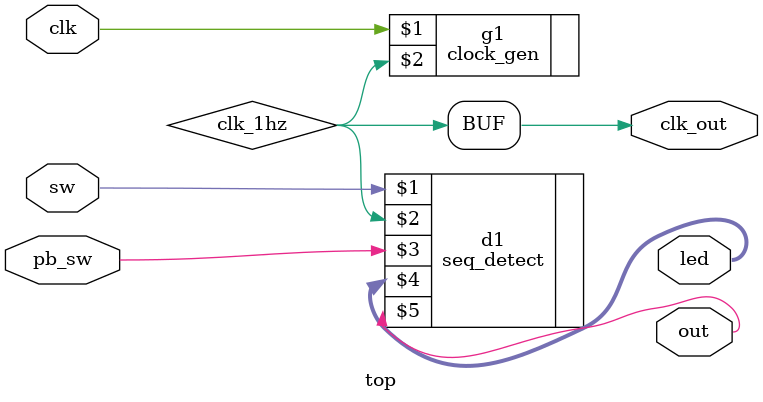
<source format=v>
`timescale 1ns / 1ps


module top(clk, pb_sw, sw, led, out, clk_out);

    input       clk;
    input       pb_sw;
    input       sw;
    output      [7:0] led;
    output      out;
    output      clk_out;

    wire clk_1hz;

    assign clk_out = clk_1hz;

    clock_gen   g1  (clk,   clk_1hz);
    
//                  in,     clk,        reset,  state,  out
//    pattern     p1  (sw,    clk_1hz,    pb_sw,  led,    out);

//                  (seq_in,    clk,    reset,  state,  out)
    seq_detect  d1  (sw,    clk_1hz,    pb_sw,  led,    out); 

endmodule

</source>
